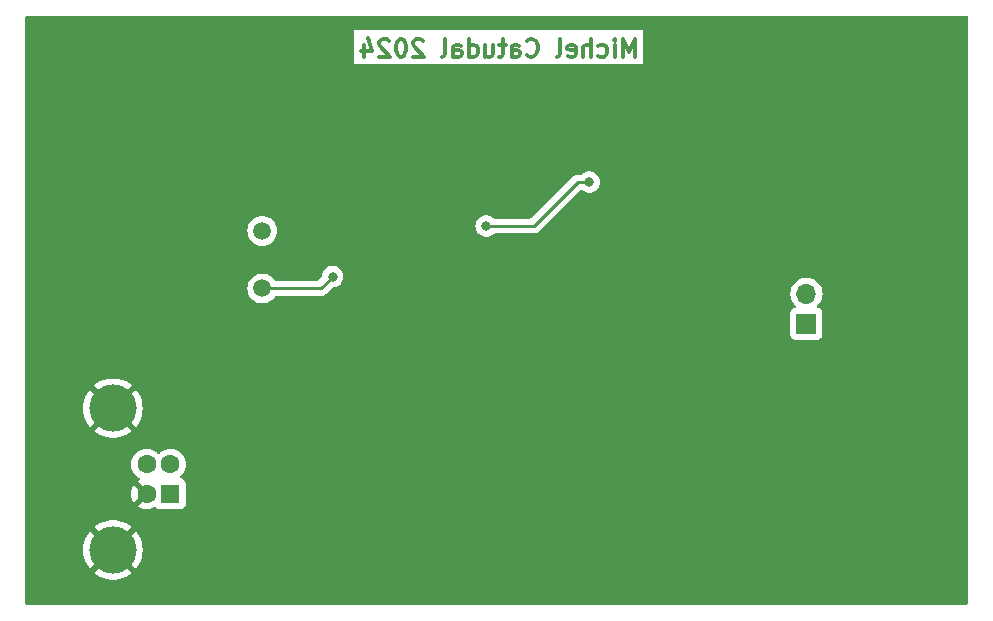
<source format=gbl>
G04 #@! TF.GenerationSoftware,KiCad,Pcbnew,8.0.6*
G04 #@! TF.CreationDate,2025-01-13T18:54:34-05:00*
G04 #@! TF.ProjectId,usb2J1708_rev4,75736232-4a31-4373-9038-5f726576342e,rev?*
G04 #@! TF.SameCoordinates,Original*
G04 #@! TF.FileFunction,Copper,L2,Bot*
G04 #@! TF.FilePolarity,Positive*
%FSLAX46Y46*%
G04 Gerber Fmt 4.6, Leading zero omitted, Abs format (unit mm)*
G04 Created by KiCad (PCBNEW 8.0.6) date 2025-01-13 18:54:34*
%MOMM*%
%LPD*%
G01*
G04 APERTURE LIST*
%ADD10C,0.300000*%
G04 #@! TA.AperFunction,NonConductor*
%ADD11C,0.300000*%
G04 #@! TD*
G04 #@! TA.AperFunction,ComponentPad*
%ADD12C,1.500000*%
G04 #@! TD*
G04 #@! TA.AperFunction,ComponentPad*
%ADD13R,1.700000X1.700000*%
G04 #@! TD*
G04 #@! TA.AperFunction,ComponentPad*
%ADD14O,1.700000X1.700000*%
G04 #@! TD*
G04 #@! TA.AperFunction,ComponentPad*
%ADD15R,1.600000X1.600000*%
G04 #@! TD*
G04 #@! TA.AperFunction,ComponentPad*
%ADD16C,1.600000*%
G04 #@! TD*
G04 #@! TA.AperFunction,ComponentPad*
%ADD17C,4.000000*%
G04 #@! TD*
G04 #@! TA.AperFunction,ViaPad*
%ADD18C,0.800000*%
G04 #@! TD*
G04 #@! TA.AperFunction,Conductor*
%ADD19C,0.250000*%
G04 #@! TD*
G04 APERTURE END LIST*
D10*
D11*
X172219999Y-89378328D02*
X172219999Y-87878328D01*
X172219999Y-87878328D02*
X171719999Y-88949757D01*
X171719999Y-88949757D02*
X171219999Y-87878328D01*
X171219999Y-87878328D02*
X171219999Y-89378328D01*
X170505713Y-89378328D02*
X170505713Y-88378328D01*
X170505713Y-87878328D02*
X170577141Y-87949757D01*
X170577141Y-87949757D02*
X170505713Y-88021185D01*
X170505713Y-88021185D02*
X170434284Y-87949757D01*
X170434284Y-87949757D02*
X170505713Y-87878328D01*
X170505713Y-87878328D02*
X170505713Y-88021185D01*
X169148570Y-89306900D02*
X169291427Y-89378328D01*
X169291427Y-89378328D02*
X169577141Y-89378328D01*
X169577141Y-89378328D02*
X169719998Y-89306900D01*
X169719998Y-89306900D02*
X169791427Y-89235471D01*
X169791427Y-89235471D02*
X169862855Y-89092614D01*
X169862855Y-89092614D02*
X169862855Y-88664042D01*
X169862855Y-88664042D02*
X169791427Y-88521185D01*
X169791427Y-88521185D02*
X169719998Y-88449757D01*
X169719998Y-88449757D02*
X169577141Y-88378328D01*
X169577141Y-88378328D02*
X169291427Y-88378328D01*
X169291427Y-88378328D02*
X169148570Y-88449757D01*
X168505713Y-89378328D02*
X168505713Y-87878328D01*
X167862856Y-89378328D02*
X167862856Y-88592614D01*
X167862856Y-88592614D02*
X167934284Y-88449757D01*
X167934284Y-88449757D02*
X168077141Y-88378328D01*
X168077141Y-88378328D02*
X168291427Y-88378328D01*
X168291427Y-88378328D02*
X168434284Y-88449757D01*
X168434284Y-88449757D02*
X168505713Y-88521185D01*
X166577141Y-89306900D02*
X166719998Y-89378328D01*
X166719998Y-89378328D02*
X167005713Y-89378328D01*
X167005713Y-89378328D02*
X167148570Y-89306900D01*
X167148570Y-89306900D02*
X167219998Y-89164042D01*
X167219998Y-89164042D02*
X167219998Y-88592614D01*
X167219998Y-88592614D02*
X167148570Y-88449757D01*
X167148570Y-88449757D02*
X167005713Y-88378328D01*
X167005713Y-88378328D02*
X166719998Y-88378328D01*
X166719998Y-88378328D02*
X166577141Y-88449757D01*
X166577141Y-88449757D02*
X166505713Y-88592614D01*
X166505713Y-88592614D02*
X166505713Y-88735471D01*
X166505713Y-88735471D02*
X167219998Y-88878328D01*
X165648570Y-89378328D02*
X165791427Y-89306900D01*
X165791427Y-89306900D02*
X165862856Y-89164042D01*
X165862856Y-89164042D02*
X165862856Y-87878328D01*
X163077142Y-89235471D02*
X163148570Y-89306900D01*
X163148570Y-89306900D02*
X163362856Y-89378328D01*
X163362856Y-89378328D02*
X163505713Y-89378328D01*
X163505713Y-89378328D02*
X163719999Y-89306900D01*
X163719999Y-89306900D02*
X163862856Y-89164042D01*
X163862856Y-89164042D02*
X163934285Y-89021185D01*
X163934285Y-89021185D02*
X164005713Y-88735471D01*
X164005713Y-88735471D02*
X164005713Y-88521185D01*
X164005713Y-88521185D02*
X163934285Y-88235471D01*
X163934285Y-88235471D02*
X163862856Y-88092614D01*
X163862856Y-88092614D02*
X163719999Y-87949757D01*
X163719999Y-87949757D02*
X163505713Y-87878328D01*
X163505713Y-87878328D02*
X163362856Y-87878328D01*
X163362856Y-87878328D02*
X163148570Y-87949757D01*
X163148570Y-87949757D02*
X163077142Y-88021185D01*
X161791428Y-89378328D02*
X161791428Y-88592614D01*
X161791428Y-88592614D02*
X161862856Y-88449757D01*
X161862856Y-88449757D02*
X162005713Y-88378328D01*
X162005713Y-88378328D02*
X162291428Y-88378328D01*
X162291428Y-88378328D02*
X162434285Y-88449757D01*
X161791428Y-89306900D02*
X161934285Y-89378328D01*
X161934285Y-89378328D02*
X162291428Y-89378328D01*
X162291428Y-89378328D02*
X162434285Y-89306900D01*
X162434285Y-89306900D02*
X162505713Y-89164042D01*
X162505713Y-89164042D02*
X162505713Y-89021185D01*
X162505713Y-89021185D02*
X162434285Y-88878328D01*
X162434285Y-88878328D02*
X162291428Y-88806900D01*
X162291428Y-88806900D02*
X161934285Y-88806900D01*
X161934285Y-88806900D02*
X161791428Y-88735471D01*
X161291427Y-88378328D02*
X160719999Y-88378328D01*
X161077142Y-87878328D02*
X161077142Y-89164042D01*
X161077142Y-89164042D02*
X161005713Y-89306900D01*
X161005713Y-89306900D02*
X160862856Y-89378328D01*
X160862856Y-89378328D02*
X160719999Y-89378328D01*
X159577142Y-88378328D02*
X159577142Y-89378328D01*
X160219999Y-88378328D02*
X160219999Y-89164042D01*
X160219999Y-89164042D02*
X160148570Y-89306900D01*
X160148570Y-89306900D02*
X160005713Y-89378328D01*
X160005713Y-89378328D02*
X159791427Y-89378328D01*
X159791427Y-89378328D02*
X159648570Y-89306900D01*
X159648570Y-89306900D02*
X159577142Y-89235471D01*
X158219999Y-89378328D02*
X158219999Y-87878328D01*
X158219999Y-89306900D02*
X158362856Y-89378328D01*
X158362856Y-89378328D02*
X158648570Y-89378328D01*
X158648570Y-89378328D02*
X158791427Y-89306900D01*
X158791427Y-89306900D02*
X158862856Y-89235471D01*
X158862856Y-89235471D02*
X158934284Y-89092614D01*
X158934284Y-89092614D02*
X158934284Y-88664042D01*
X158934284Y-88664042D02*
X158862856Y-88521185D01*
X158862856Y-88521185D02*
X158791427Y-88449757D01*
X158791427Y-88449757D02*
X158648570Y-88378328D01*
X158648570Y-88378328D02*
X158362856Y-88378328D01*
X158362856Y-88378328D02*
X158219999Y-88449757D01*
X156862856Y-89378328D02*
X156862856Y-88592614D01*
X156862856Y-88592614D02*
X156934284Y-88449757D01*
X156934284Y-88449757D02*
X157077141Y-88378328D01*
X157077141Y-88378328D02*
X157362856Y-88378328D01*
X157362856Y-88378328D02*
X157505713Y-88449757D01*
X156862856Y-89306900D02*
X157005713Y-89378328D01*
X157005713Y-89378328D02*
X157362856Y-89378328D01*
X157362856Y-89378328D02*
X157505713Y-89306900D01*
X157505713Y-89306900D02*
X157577141Y-89164042D01*
X157577141Y-89164042D02*
X157577141Y-89021185D01*
X157577141Y-89021185D02*
X157505713Y-88878328D01*
X157505713Y-88878328D02*
X157362856Y-88806900D01*
X157362856Y-88806900D02*
X157005713Y-88806900D01*
X157005713Y-88806900D02*
X156862856Y-88735471D01*
X155934284Y-89378328D02*
X156077141Y-89306900D01*
X156077141Y-89306900D02*
X156148570Y-89164042D01*
X156148570Y-89164042D02*
X156148570Y-87878328D01*
X154291427Y-88021185D02*
X154219999Y-87949757D01*
X154219999Y-87949757D02*
X154077142Y-87878328D01*
X154077142Y-87878328D02*
X153719999Y-87878328D01*
X153719999Y-87878328D02*
X153577142Y-87949757D01*
X153577142Y-87949757D02*
X153505713Y-88021185D01*
X153505713Y-88021185D02*
X153434284Y-88164042D01*
X153434284Y-88164042D02*
X153434284Y-88306900D01*
X153434284Y-88306900D02*
X153505713Y-88521185D01*
X153505713Y-88521185D02*
X154362856Y-89378328D01*
X154362856Y-89378328D02*
X153434284Y-89378328D01*
X152505713Y-87878328D02*
X152362856Y-87878328D01*
X152362856Y-87878328D02*
X152219999Y-87949757D01*
X152219999Y-87949757D02*
X152148571Y-88021185D01*
X152148571Y-88021185D02*
X152077142Y-88164042D01*
X152077142Y-88164042D02*
X152005713Y-88449757D01*
X152005713Y-88449757D02*
X152005713Y-88806900D01*
X152005713Y-88806900D02*
X152077142Y-89092614D01*
X152077142Y-89092614D02*
X152148571Y-89235471D01*
X152148571Y-89235471D02*
X152219999Y-89306900D01*
X152219999Y-89306900D02*
X152362856Y-89378328D01*
X152362856Y-89378328D02*
X152505713Y-89378328D01*
X152505713Y-89378328D02*
X152648571Y-89306900D01*
X152648571Y-89306900D02*
X152719999Y-89235471D01*
X152719999Y-89235471D02*
X152791428Y-89092614D01*
X152791428Y-89092614D02*
X152862856Y-88806900D01*
X152862856Y-88806900D02*
X152862856Y-88449757D01*
X152862856Y-88449757D02*
X152791428Y-88164042D01*
X152791428Y-88164042D02*
X152719999Y-88021185D01*
X152719999Y-88021185D02*
X152648571Y-87949757D01*
X152648571Y-87949757D02*
X152505713Y-87878328D01*
X151434285Y-88021185D02*
X151362857Y-87949757D01*
X151362857Y-87949757D02*
X151220000Y-87878328D01*
X151220000Y-87878328D02*
X150862857Y-87878328D01*
X150862857Y-87878328D02*
X150720000Y-87949757D01*
X150720000Y-87949757D02*
X150648571Y-88021185D01*
X150648571Y-88021185D02*
X150577142Y-88164042D01*
X150577142Y-88164042D02*
X150577142Y-88306900D01*
X150577142Y-88306900D02*
X150648571Y-88521185D01*
X150648571Y-88521185D02*
X151505714Y-89378328D01*
X151505714Y-89378328D02*
X150577142Y-89378328D01*
X149291429Y-88378328D02*
X149291429Y-89378328D01*
X149648571Y-87806900D02*
X150005714Y-88878328D01*
X150005714Y-88878328D02*
X149077143Y-88878328D01*
D12*
X140690000Y-109010000D03*
X140690000Y-104130000D03*
D13*
X186753000Y-111989000D03*
D14*
X186753000Y-109449000D03*
D15*
X132900000Y-126400000D03*
D16*
X132900000Y-123900000D03*
X130900000Y-123900000D03*
X130900000Y-126400000D03*
D17*
X128040000Y-131150000D03*
X128040000Y-119150000D03*
D18*
X171870000Y-106230000D03*
X176790000Y-106240000D03*
X166610000Y-106170000D03*
X146633000Y-108012200D03*
X159640000Y-103719200D03*
X168361100Y-100006800D03*
D19*
X176720000Y-106240000D02*
X176790000Y-106240000D01*
X171870000Y-106230000D02*
X176710000Y-106230000D01*
X171870000Y-106230000D02*
X171870000Y-106270000D01*
X171830000Y-106230000D02*
X171870000Y-106230000D01*
X171770000Y-106170000D02*
X171830000Y-106230000D01*
X166610000Y-106170000D02*
X171770000Y-106170000D01*
X176790000Y-106310000D02*
X176720000Y-106240000D01*
X171870000Y-106270000D02*
X171810000Y-106210000D01*
X176710000Y-106230000D02*
X176720000Y-106240000D01*
X176790000Y-106240000D02*
X176790000Y-106310000D01*
X145635200Y-109010000D02*
X146633000Y-108012200D01*
X140690000Y-109010000D02*
X145635200Y-109010000D01*
X159640000Y-103719200D02*
X163664200Y-103719200D01*
X167376600Y-100006800D02*
X168361100Y-100006800D01*
X163664200Y-103719200D02*
X167376600Y-100006800D01*
G04 #@! TA.AperFunction,Conductor*
G36*
X200396621Y-85955502D02*
G01*
X200443114Y-86009158D01*
X200454500Y-86061500D01*
X200454500Y-121880881D01*
X200454498Y-121881393D01*
X200398549Y-135659014D01*
X200378271Y-135727051D01*
X200324427Y-135773325D01*
X200272551Y-135784500D01*
X120731500Y-135784500D01*
X120663379Y-135764498D01*
X120616886Y-135710842D01*
X120605500Y-135658500D01*
X120605500Y-131149993D01*
X125527041Y-131149993D01*
X125527041Y-131150006D01*
X125546854Y-131464944D01*
X125546856Y-131464961D01*
X125605989Y-131774942D01*
X125605992Y-131774955D01*
X125703509Y-132075079D01*
X125703513Y-132075088D01*
X125837875Y-132360622D01*
X125837882Y-132360636D01*
X126006969Y-132627075D01*
X126006971Y-132627078D01*
X126096042Y-132734746D01*
X127065532Y-131765256D01*
X127162829Y-131899175D01*
X127290825Y-132027171D01*
X127424741Y-132124466D01*
X126452522Y-133096686D01*
X126452522Y-133096688D01*
X126693482Y-133271756D01*
X126970034Y-133423792D01*
X127263460Y-133539968D01*
X127263466Y-133539970D01*
X127569103Y-133618444D01*
X127569130Y-133618449D01*
X127882195Y-133657998D01*
X127882214Y-133658000D01*
X128197786Y-133658000D01*
X128197804Y-133657998D01*
X128510869Y-133618449D01*
X128510896Y-133618444D01*
X128816533Y-133539970D01*
X128816539Y-133539968D01*
X129109965Y-133423792D01*
X129386512Y-133271759D01*
X129627476Y-133096688D01*
X129627476Y-133096686D01*
X128655257Y-132124466D01*
X128789175Y-132027171D01*
X128917171Y-131899175D01*
X129014467Y-131765257D01*
X129983956Y-132734746D01*
X130073030Y-132627075D01*
X130073033Y-132627071D01*
X130242117Y-132360636D01*
X130242124Y-132360622D01*
X130376486Y-132075088D01*
X130376490Y-132075079D01*
X130474007Y-131774955D01*
X130474010Y-131774942D01*
X130533143Y-131464961D01*
X130533145Y-131464944D01*
X130552959Y-131150006D01*
X130552959Y-131149993D01*
X130533145Y-130835055D01*
X130533143Y-130835038D01*
X130474010Y-130525057D01*
X130474007Y-130525044D01*
X130376490Y-130224920D01*
X130376486Y-130224911D01*
X130242124Y-129939377D01*
X130242117Y-129939363D01*
X130073030Y-129672924D01*
X130073028Y-129672921D01*
X129983956Y-129565252D01*
X129014466Y-130534741D01*
X128917171Y-130400825D01*
X128789175Y-130272829D01*
X128655256Y-130175532D01*
X129627476Y-129203312D01*
X129627476Y-129203310D01*
X129386513Y-129028240D01*
X129109965Y-128876207D01*
X128816539Y-128760031D01*
X128816533Y-128760029D01*
X128510896Y-128681555D01*
X128510869Y-128681550D01*
X128197804Y-128642001D01*
X128197786Y-128642000D01*
X127882214Y-128642000D01*
X127882195Y-128642001D01*
X127569130Y-128681550D01*
X127569103Y-128681555D01*
X127263466Y-128760029D01*
X127263460Y-128760031D01*
X126970034Y-128876207D01*
X126693486Y-129028240D01*
X126452522Y-129203310D01*
X126452522Y-129203312D01*
X127424742Y-130175532D01*
X127290825Y-130272829D01*
X127162829Y-130400825D01*
X127065532Y-130534742D01*
X126096042Y-129565252D01*
X126006972Y-129672921D01*
X126006969Y-129672924D01*
X125837882Y-129939363D01*
X125837875Y-129939377D01*
X125703513Y-130224911D01*
X125703509Y-130224920D01*
X125605992Y-130525044D01*
X125605989Y-130525057D01*
X125546856Y-130835038D01*
X125546854Y-130835055D01*
X125527041Y-131149993D01*
X120605500Y-131149993D01*
X120605500Y-123900000D01*
X129586502Y-123900000D01*
X129606457Y-124128087D01*
X129665716Y-124349243D01*
X129762477Y-124556749D01*
X129893802Y-124744300D01*
X130055700Y-124906198D01*
X130055703Y-124906200D01*
X130243253Y-125037525D01*
X130248015Y-125040274D01*
X130246971Y-125042082D01*
X130293439Y-125082990D01*
X130312905Y-125151265D01*
X130292369Y-125219227D01*
X130247223Y-125258354D01*
X130248267Y-125260161D01*
X130243501Y-125262912D01*
X130172109Y-125312899D01*
X130795464Y-125936253D01*
X130716657Y-125957370D01*
X130608343Y-126019905D01*
X130519905Y-126108343D01*
X130457370Y-126216657D01*
X130436254Y-126295463D01*
X129812900Y-125672109D01*
X129762913Y-125743500D01*
X129666188Y-125950926D01*
X129666186Y-125950931D01*
X129606951Y-126171997D01*
X129587004Y-126400000D01*
X129606951Y-126628002D01*
X129666186Y-126849068D01*
X129666188Y-126849073D01*
X129762913Y-127056501D01*
X129812899Y-127127888D01*
X130436253Y-126504534D01*
X130457370Y-126583343D01*
X130519905Y-126691657D01*
X130608343Y-126780095D01*
X130716657Y-126842630D01*
X130795462Y-126863745D01*
X130172110Y-127487097D01*
X130172110Y-127487100D01*
X130243498Y-127537086D01*
X130450926Y-127633811D01*
X130450931Y-127633813D01*
X130671999Y-127693048D01*
X130671995Y-127693048D01*
X130900000Y-127712995D01*
X131128002Y-127693048D01*
X131349068Y-127633813D01*
X131349073Y-127633811D01*
X131556495Y-127537089D01*
X131561902Y-127533303D01*
X131629174Y-127510610D01*
X131698036Y-127527891D01*
X131735050Y-127561005D01*
X131736738Y-127563261D01*
X131853792Y-127650887D01*
X131853794Y-127650888D01*
X131853796Y-127650889D01*
X131912875Y-127672924D01*
X131990795Y-127701988D01*
X131990803Y-127701990D01*
X132051350Y-127708499D01*
X132051355Y-127708499D01*
X132051362Y-127708500D01*
X132051368Y-127708500D01*
X133748632Y-127708500D01*
X133748638Y-127708500D01*
X133748645Y-127708499D01*
X133748649Y-127708499D01*
X133809196Y-127701990D01*
X133809199Y-127701989D01*
X133809201Y-127701989D01*
X133946204Y-127650889D01*
X133969018Y-127633811D01*
X134063261Y-127563261D01*
X134150887Y-127446207D01*
X134150887Y-127446206D01*
X134150889Y-127446204D01*
X134201989Y-127309201D01*
X134208500Y-127248638D01*
X134208500Y-125551362D01*
X134208499Y-125551350D01*
X134201990Y-125490803D01*
X134201988Y-125490795D01*
X134150889Y-125353797D01*
X134150887Y-125353792D01*
X134063261Y-125236738D01*
X133946207Y-125149112D01*
X133946202Y-125149110D01*
X133805922Y-125096787D01*
X133749086Y-125054240D01*
X133724276Y-124987720D01*
X133739368Y-124918346D01*
X133760854Y-124889643D01*
X133906198Y-124744300D01*
X134037523Y-124556749D01*
X134134284Y-124349243D01*
X134193543Y-124128087D01*
X134213498Y-123900000D01*
X134193543Y-123671913D01*
X134134284Y-123450757D01*
X134037523Y-123243251D01*
X133906198Y-123055700D01*
X133744300Y-122893802D01*
X133556749Y-122762477D01*
X133349246Y-122665717D01*
X133349240Y-122665715D01*
X133255771Y-122640670D01*
X133128087Y-122606457D01*
X132900000Y-122586502D01*
X132671913Y-122606457D01*
X132450759Y-122665715D01*
X132450753Y-122665717D01*
X132243250Y-122762477D01*
X132055703Y-122893799D01*
X132055697Y-122893804D01*
X131989095Y-122960407D01*
X131926783Y-122994433D01*
X131855968Y-122989368D01*
X131810905Y-122960407D01*
X131744302Y-122893804D01*
X131744296Y-122893799D01*
X131556749Y-122762477D01*
X131349246Y-122665717D01*
X131349240Y-122665715D01*
X131255771Y-122640670D01*
X131128087Y-122606457D01*
X130900000Y-122586502D01*
X130671913Y-122606457D01*
X130450759Y-122665715D01*
X130450753Y-122665717D01*
X130243250Y-122762477D01*
X130055703Y-122893799D01*
X130055697Y-122893804D01*
X129893804Y-123055697D01*
X129893799Y-123055703D01*
X129762477Y-123243250D01*
X129665717Y-123450753D01*
X129665716Y-123450757D01*
X129606457Y-123671913D01*
X129586502Y-123900000D01*
X120605500Y-123900000D01*
X120605500Y-119149993D01*
X125527041Y-119149993D01*
X125527041Y-119150006D01*
X125546854Y-119464944D01*
X125546856Y-119464961D01*
X125605989Y-119774942D01*
X125605992Y-119774955D01*
X125703509Y-120075079D01*
X125703513Y-120075088D01*
X125837875Y-120360622D01*
X125837882Y-120360636D01*
X126006969Y-120627075D01*
X126006971Y-120627078D01*
X126096042Y-120734746D01*
X127065532Y-119765256D01*
X127162829Y-119899175D01*
X127290825Y-120027171D01*
X127424741Y-120124466D01*
X126452522Y-121096686D01*
X126452522Y-121096688D01*
X126693482Y-121271756D01*
X126970034Y-121423792D01*
X127263460Y-121539968D01*
X127263466Y-121539970D01*
X127569103Y-121618444D01*
X127569130Y-121618449D01*
X127882195Y-121657998D01*
X127882214Y-121658000D01*
X128197786Y-121658000D01*
X128197804Y-121657998D01*
X128510869Y-121618449D01*
X128510896Y-121618444D01*
X128816533Y-121539970D01*
X128816539Y-121539968D01*
X129109965Y-121423792D01*
X129386512Y-121271759D01*
X129627476Y-121096688D01*
X129627476Y-121096686D01*
X128655257Y-120124466D01*
X128789175Y-120027171D01*
X128917171Y-119899175D01*
X129014467Y-119765257D01*
X129983956Y-120734746D01*
X130073030Y-120627075D01*
X130073033Y-120627071D01*
X130242117Y-120360636D01*
X130242124Y-120360622D01*
X130376486Y-120075088D01*
X130376490Y-120075079D01*
X130474007Y-119774955D01*
X130474010Y-119774942D01*
X130533143Y-119464961D01*
X130533145Y-119464944D01*
X130552959Y-119150006D01*
X130552959Y-119149993D01*
X130533145Y-118835055D01*
X130533143Y-118835038D01*
X130474010Y-118525057D01*
X130474007Y-118525044D01*
X130376490Y-118224920D01*
X130376486Y-118224911D01*
X130242124Y-117939377D01*
X130242117Y-117939363D01*
X130073030Y-117672924D01*
X130073028Y-117672921D01*
X129983956Y-117565252D01*
X129014466Y-118534741D01*
X128917171Y-118400825D01*
X128789175Y-118272829D01*
X128655256Y-118175532D01*
X129627476Y-117203312D01*
X129627476Y-117203310D01*
X129386513Y-117028240D01*
X129109965Y-116876207D01*
X128816539Y-116760031D01*
X128816533Y-116760029D01*
X128510896Y-116681555D01*
X128510869Y-116681550D01*
X128197804Y-116642001D01*
X128197786Y-116642000D01*
X127882214Y-116642000D01*
X127882195Y-116642001D01*
X127569130Y-116681550D01*
X127569103Y-116681555D01*
X127263466Y-116760029D01*
X127263460Y-116760031D01*
X126970034Y-116876207D01*
X126693486Y-117028240D01*
X126452522Y-117203310D01*
X126452522Y-117203312D01*
X127424742Y-118175532D01*
X127290825Y-118272829D01*
X127162829Y-118400825D01*
X127065532Y-118534742D01*
X126096042Y-117565252D01*
X126006972Y-117672921D01*
X126006969Y-117672924D01*
X125837882Y-117939363D01*
X125837875Y-117939377D01*
X125703513Y-118224911D01*
X125703509Y-118224920D01*
X125605992Y-118525044D01*
X125605989Y-118525057D01*
X125546856Y-118835038D01*
X125546854Y-118835055D01*
X125527041Y-119149993D01*
X120605500Y-119149993D01*
X120605500Y-109010000D01*
X139426693Y-109010000D01*
X139445885Y-109229370D01*
X139502879Y-109442073D01*
X139502881Y-109442079D01*
X139595942Y-109641650D01*
X139595944Y-109641654D01*
X139722245Y-109822029D01*
X139722251Y-109822038D01*
X139722254Y-109822042D01*
X139877957Y-109977745D01*
X139877961Y-109977748D01*
X139877962Y-109977749D01*
X140058346Y-110104056D01*
X140257924Y-110197120D01*
X140470629Y-110254115D01*
X140690000Y-110273307D01*
X140909371Y-110254115D01*
X141122076Y-110197120D01*
X141321654Y-110104056D01*
X141502038Y-109977749D01*
X141657749Y-109822038D01*
X141745141Y-109697230D01*
X141800598Y-109652901D01*
X141848354Y-109643500D01*
X145697593Y-109643500D01*
X145697594Y-109643500D01*
X145819985Y-109619155D01*
X145935275Y-109571400D01*
X146039033Y-109502071D01*
X146092104Y-109449000D01*
X185389844Y-109449000D01*
X185399986Y-109571398D01*
X185408437Y-109673375D01*
X185463702Y-109891612D01*
X185463703Y-109891613D01*
X185463704Y-109891616D01*
X185501485Y-109977748D01*
X185554141Y-110097793D01*
X185677275Y-110286265D01*
X185677280Y-110286270D01*
X185820475Y-110441820D01*
X185851896Y-110505485D01*
X185843909Y-110576031D01*
X185799051Y-110631060D01*
X185771807Y-110645213D01*
X185656797Y-110688110D01*
X185656792Y-110688112D01*
X185539738Y-110775738D01*
X185452112Y-110892792D01*
X185452110Y-110892797D01*
X185401011Y-111029795D01*
X185401009Y-111029803D01*
X185394500Y-111090350D01*
X185394500Y-112887649D01*
X185401009Y-112948196D01*
X185401011Y-112948204D01*
X185452110Y-113085202D01*
X185452112Y-113085207D01*
X185539738Y-113202261D01*
X185656792Y-113289887D01*
X185656794Y-113289888D01*
X185656796Y-113289889D01*
X185715875Y-113311924D01*
X185793795Y-113340988D01*
X185793803Y-113340990D01*
X185854350Y-113347499D01*
X185854355Y-113347499D01*
X185854362Y-113347500D01*
X185854368Y-113347500D01*
X187651632Y-113347500D01*
X187651638Y-113347500D01*
X187651645Y-113347499D01*
X187651649Y-113347499D01*
X187712196Y-113340990D01*
X187712199Y-113340989D01*
X187712201Y-113340989D01*
X187849204Y-113289889D01*
X187966261Y-113202261D01*
X188053889Y-113085204D01*
X188104989Y-112948201D01*
X188111500Y-112887638D01*
X188111500Y-111090362D01*
X188111499Y-111090350D01*
X188104990Y-111029803D01*
X188104988Y-111029795D01*
X188053889Y-110892797D01*
X188053887Y-110892792D01*
X187966261Y-110775738D01*
X187849207Y-110688112D01*
X187849203Y-110688110D01*
X187734192Y-110645213D01*
X187677356Y-110602667D01*
X187652546Y-110536146D01*
X187667638Y-110466772D01*
X187685525Y-110441820D01*
X187828714Y-110286277D01*
X187828724Y-110286265D01*
X187837190Y-110273306D01*
X187951860Y-110097791D01*
X188042296Y-109891616D01*
X188097564Y-109673368D01*
X188116156Y-109449000D01*
X188097564Y-109224632D01*
X188042296Y-109006384D01*
X187951860Y-108800209D01*
X187945140Y-108789924D01*
X187828724Y-108611734D01*
X187828720Y-108611729D01*
X187676237Y-108446091D01*
X187561128Y-108356498D01*
X187498576Y-108307811D01*
X187300574Y-108200658D01*
X187300572Y-108200657D01*
X187300571Y-108200656D01*
X187087639Y-108127557D01*
X187087630Y-108127555D01*
X187043476Y-108120187D01*
X186865569Y-108090500D01*
X186640431Y-108090500D01*
X186492211Y-108115233D01*
X186418369Y-108127555D01*
X186418360Y-108127557D01*
X186205428Y-108200656D01*
X186205426Y-108200658D01*
X186007426Y-108307810D01*
X186007424Y-108307811D01*
X185829762Y-108446091D01*
X185677279Y-108611729D01*
X185677275Y-108611734D01*
X185554141Y-108800206D01*
X185463703Y-109006386D01*
X185463702Y-109006387D01*
X185408437Y-109224624D01*
X185408436Y-109224630D01*
X185408436Y-109224632D01*
X185389844Y-109449000D01*
X146092104Y-109449000D01*
X146583499Y-108957605D01*
X146645811Y-108923579D01*
X146672594Y-108920700D01*
X146728487Y-108920700D01*
X146915288Y-108880994D01*
X147089752Y-108803318D01*
X147244253Y-108691066D01*
X147315686Y-108611732D01*
X147372034Y-108549151D01*
X147372035Y-108549149D01*
X147372040Y-108549144D01*
X147467527Y-108383756D01*
X147526542Y-108202128D01*
X147546504Y-108012200D01*
X147526542Y-107822272D01*
X147467527Y-107640644D01*
X147372040Y-107475256D01*
X147372038Y-107475254D01*
X147372034Y-107475248D01*
X147244255Y-107333335D01*
X147089752Y-107221082D01*
X146915288Y-107143406D01*
X146728487Y-107103700D01*
X146537513Y-107103700D01*
X146350711Y-107143406D01*
X146176247Y-107221082D01*
X146021744Y-107333335D01*
X145893965Y-107475248D01*
X145893958Y-107475258D01*
X145798476Y-107640638D01*
X145798473Y-107640645D01*
X145739457Y-107822272D01*
X145722092Y-107987492D01*
X145695079Y-108053149D01*
X145685878Y-108063416D01*
X145409701Y-108339595D01*
X145347389Y-108373620D01*
X145320605Y-108376500D01*
X141848354Y-108376500D01*
X141780233Y-108356498D01*
X141745141Y-108322770D01*
X141657755Y-108197970D01*
X141657751Y-108197965D01*
X141657749Y-108197962D01*
X141502038Y-108042251D01*
X141321654Y-107915944D01*
X141321650Y-107915942D01*
X141122079Y-107822881D01*
X141122073Y-107822879D01*
X141032178Y-107798791D01*
X140909371Y-107765885D01*
X140690000Y-107746693D01*
X140470629Y-107765885D01*
X140257926Y-107822879D01*
X140257920Y-107822881D01*
X140058346Y-107915944D01*
X139877965Y-108042248D01*
X139877959Y-108042253D01*
X139722253Y-108197959D01*
X139722248Y-108197965D01*
X139595944Y-108378346D01*
X139502881Y-108577920D01*
X139502879Y-108577926D01*
X139445885Y-108790629D01*
X139426693Y-109010000D01*
X120605500Y-109010000D01*
X120605500Y-104130000D01*
X139426693Y-104130000D01*
X139445885Y-104349371D01*
X139458933Y-104398066D01*
X139502879Y-104562073D01*
X139502881Y-104562079D01*
X139595942Y-104761650D01*
X139595944Y-104761654D01*
X139722251Y-104942038D01*
X139722254Y-104942042D01*
X139877957Y-105097745D01*
X139877961Y-105097748D01*
X139877962Y-105097749D01*
X140058346Y-105224056D01*
X140257924Y-105317120D01*
X140470629Y-105374115D01*
X140690000Y-105393307D01*
X140909371Y-105374115D01*
X141122076Y-105317120D01*
X141321654Y-105224056D01*
X141502038Y-105097749D01*
X141657749Y-104942038D01*
X141784056Y-104761654D01*
X141877120Y-104562076D01*
X141934115Y-104349371D01*
X141953307Y-104130000D01*
X141934115Y-103910629D01*
X141882821Y-103719200D01*
X158726496Y-103719200D01*
X158746457Y-103909127D01*
X158776526Y-104001670D01*
X158805473Y-104090756D01*
X158805476Y-104090761D01*
X158900958Y-104256141D01*
X158900965Y-104256151D01*
X159028744Y-104398064D01*
X159028747Y-104398066D01*
X159183248Y-104510318D01*
X159357712Y-104587994D01*
X159544513Y-104627700D01*
X159735487Y-104627700D01*
X159922288Y-104587994D01*
X160096752Y-104510318D01*
X160251253Y-104398066D01*
X160254563Y-104394390D01*
X160315009Y-104357150D01*
X160348200Y-104352700D01*
X163726593Y-104352700D01*
X163726594Y-104352700D01*
X163848985Y-104328355D01*
X163964275Y-104280600D01*
X164068033Y-104211271D01*
X167583279Y-100696024D01*
X167645589Y-100662000D01*
X167716404Y-100667065D01*
X167746433Y-100683185D01*
X167749845Y-100685664D01*
X167749847Y-100685666D01*
X167904348Y-100797918D01*
X168078812Y-100875594D01*
X168265613Y-100915300D01*
X168456587Y-100915300D01*
X168643388Y-100875594D01*
X168817852Y-100797918D01*
X168972353Y-100685666D01*
X168974587Y-100683185D01*
X169100134Y-100543751D01*
X169100135Y-100543749D01*
X169100140Y-100543744D01*
X169195627Y-100378356D01*
X169254642Y-100196728D01*
X169274604Y-100006800D01*
X169254642Y-99816872D01*
X169195627Y-99635244D01*
X169100140Y-99469856D01*
X169100138Y-99469854D01*
X169100134Y-99469848D01*
X168972355Y-99327935D01*
X168817852Y-99215682D01*
X168643388Y-99138006D01*
X168456587Y-99098300D01*
X168265613Y-99098300D01*
X168078811Y-99138006D01*
X167904347Y-99215682D01*
X167749847Y-99327933D01*
X167746537Y-99331610D01*
X167686091Y-99368850D01*
X167652900Y-99373300D01*
X167314203Y-99373300D01*
X167241168Y-99387828D01*
X167191815Y-99397645D01*
X167191813Y-99397645D01*
X167191812Y-99397646D01*
X167076523Y-99445401D01*
X166972771Y-99514726D01*
X166972764Y-99514731D01*
X163438701Y-103048795D01*
X163376389Y-103082821D01*
X163349606Y-103085700D01*
X160348200Y-103085700D01*
X160280079Y-103065698D01*
X160254563Y-103044010D01*
X160251252Y-103040333D01*
X160096752Y-102928082D01*
X159922288Y-102850406D01*
X159735487Y-102810700D01*
X159544513Y-102810700D01*
X159357711Y-102850406D01*
X159183247Y-102928082D01*
X159028744Y-103040335D01*
X158900965Y-103182248D01*
X158900958Y-103182258D01*
X158805476Y-103347638D01*
X158805473Y-103347645D01*
X158746457Y-103529272D01*
X158726496Y-103719200D01*
X141882821Y-103719200D01*
X141877120Y-103697924D01*
X141784056Y-103498347D01*
X141657749Y-103317962D01*
X141502038Y-103162251D01*
X141321654Y-103035944D01*
X141321650Y-103035942D01*
X141122079Y-102942881D01*
X141122073Y-102942879D01*
X141032178Y-102918791D01*
X140909371Y-102885885D01*
X140690000Y-102866693D01*
X140470629Y-102885885D01*
X140257926Y-102942879D01*
X140257920Y-102942881D01*
X140058346Y-103035944D01*
X139877965Y-103162248D01*
X139877959Y-103162253D01*
X139722253Y-103317959D01*
X139722248Y-103317965D01*
X139595944Y-103498346D01*
X139502881Y-103697920D01*
X139502880Y-103697924D01*
X139445885Y-103910629D01*
X139426693Y-104130000D01*
X120605500Y-104130000D01*
X120605500Y-90043553D01*
X148413643Y-90043553D01*
X172884660Y-90043553D01*
X172884660Y-87141675D01*
X148413643Y-87141675D01*
X148413643Y-90043553D01*
X120605500Y-90043553D01*
X120605500Y-86061500D01*
X120625502Y-85993379D01*
X120679158Y-85946886D01*
X120731500Y-85935500D01*
X200328500Y-85935500D01*
X200396621Y-85955502D01*
G37*
G04 #@! TD.AperFunction*
M02*

</source>
